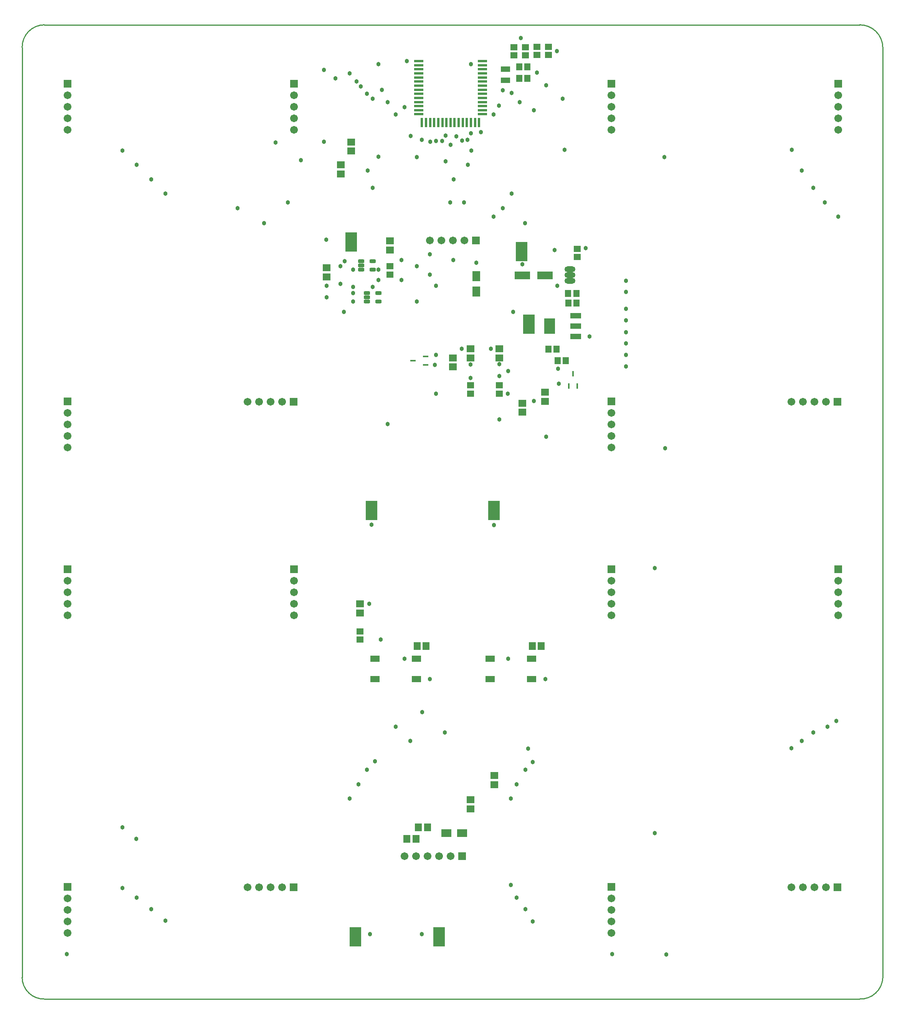
<source format=gts>
G04*
G04 #@! TF.GenerationSoftware,Altium Limited,Altium Designer,21.0.9 (235)*
G04*
G04 Layer_Color=8388736*
%FSLAX25Y25*%
%MOIN*%
G70*
G04*
G04 #@! TF.SameCoordinates,9EEF2FA0-A7D9-48CE-A635-C582822CA6DE*
G04*
G04*
G04 #@! TF.FilePolarity,Negative*
G04*
G01*
G75*
%ADD13C,0.01000*%
%ADD21R,0.08700X0.06700*%
%ADD22R,0.10236X0.16535*%
%ADD28R,0.06700X0.08700*%
%ADD29R,0.01600X0.04550*%
%ADD30R,0.08000X0.02402*%
%ADD31R,0.02402X0.08000*%
%ADD32R,0.04550X0.01600*%
%ADD33R,0.08268X0.05512*%
G04:AMPARAMS|DCode=34|XSize=55.64mil|YSize=31.23mil|CornerRadius=9.81mil|HoleSize=0mil|Usage=FLASHONLY|Rotation=0.000|XOffset=0mil|YOffset=0mil|HoleType=Round|Shape=RoundedRectangle|*
%AMROUNDEDRECTD34*
21,1,0.05564,0.01161,0,0,0.0*
21,1,0.03602,0.03123,0,0,0.0*
1,1,0.01961,0.01801,-0.00581*
1,1,0.01961,-0.01801,-0.00581*
1,1,0.01961,-0.01801,0.00581*
1,1,0.01961,0.01801,0.00581*
%
%ADD34ROUNDEDRECTD34*%
%ADD35R,0.08280X0.05131*%
%ADD36R,0.05524X0.06312*%
%ADD37R,0.06312X0.06706*%
%ADD38R,0.09265X0.04540*%
%ADD39R,0.09265X0.13595*%
%ADD40R,0.13398X0.07099*%
%ADD41R,0.06312X0.05524*%
%ADD42R,0.06706X0.06312*%
%ADD43R,0.06706X0.06706*%
%ADD44C,0.06706*%
%ADD45O,0.09461X0.05131*%
%ADD46R,0.06706X0.06706*%
%ADD47C,0.03800*%
D13*
X19685Y846457D02*
G03*
X500Y826772I250J-19435D01*
G01*
X748032D02*
G03*
X727846Y846457I-19935J-250D01*
G01*
Y1000D02*
G03*
X748032Y19685I750J19435D01*
G01*
X500D02*
G03*
X19685Y1000I18935J250D01*
G01*
X748032Y374016D02*
Y826772D01*
X374016Y846457D02*
X728346D01*
X19685D02*
X374016D01*
X500Y472441D02*
Y826772D01*
X748032Y19685D02*
Y374016D01*
X374016Y1000D02*
X727846D01*
X500Y19685D02*
Y472441D01*
X19685Y1000D02*
X374016D01*
D21*
X369100Y145000D02*
D03*
X382500D02*
D03*
D22*
X290000Y55000D02*
D03*
X362500D02*
D03*
X410356Y425000D02*
D03*
X286440Y658007D02*
D03*
X434209Y649650D02*
D03*
X304079Y425000D02*
D03*
X440500Y586803D02*
D03*
D28*
X395000Y615000D02*
D03*
Y628400D02*
D03*
D29*
X475280Y532875D02*
D03*
X482780D02*
D03*
X479030Y543725D02*
D03*
D30*
X345000Y768858D02*
D03*
Y772402D02*
D03*
Y786614D02*
D03*
Y775945D02*
D03*
Y779488D02*
D03*
Y783071D02*
D03*
Y800787D02*
D03*
Y790158D02*
D03*
Y797244D02*
D03*
Y815000D02*
D03*
Y804370D02*
D03*
Y793701D02*
D03*
Y807913D02*
D03*
Y811457D02*
D03*
X400118Y768858D02*
D03*
Y772402D02*
D03*
Y775945D02*
D03*
Y779488D02*
D03*
Y783071D02*
D03*
Y786614D02*
D03*
Y790158D02*
D03*
Y793701D02*
D03*
Y797244D02*
D03*
Y800787D02*
D03*
Y804370D02*
D03*
Y807913D02*
D03*
Y811457D02*
D03*
Y815000D02*
D03*
D31*
X347717Y761575D02*
D03*
X351260D02*
D03*
X354803D02*
D03*
X358347D02*
D03*
X361929D02*
D03*
X365473D02*
D03*
X369016D02*
D03*
X372559D02*
D03*
X376102D02*
D03*
X379646D02*
D03*
X383228D02*
D03*
X386772D02*
D03*
X390315D02*
D03*
X393858D02*
D03*
X397402D02*
D03*
D32*
X350850Y551250D02*
D03*
Y558750D02*
D03*
X340000Y555000D02*
D03*
D33*
X407087Y296358D02*
D03*
X442913D02*
D03*
X407087Y278642D02*
D03*
X442913D02*
D03*
X307087Y296358D02*
D03*
X342913D02*
D03*
X307087Y278642D02*
D03*
X342913D02*
D03*
D34*
X304941Y641390D02*
D03*
Y633910D02*
D03*
X295059D02*
D03*
Y637650D02*
D03*
Y641390D02*
D03*
X309941Y613740D02*
D03*
Y606260D02*
D03*
X300059D02*
D03*
Y610000D02*
D03*
Y613740D02*
D03*
D35*
X420371Y808109D02*
D03*
Y798267D02*
D03*
D36*
X432207Y810000D02*
D03*
X439294D02*
D03*
X432207Y800000D02*
D03*
X439294D02*
D03*
X474748Y613297D02*
D03*
X481834D02*
D03*
X465691Y555000D02*
D03*
X472777D02*
D03*
X464641Y565000D02*
D03*
X457554D02*
D03*
X474868Y605000D02*
D03*
X481955D02*
D03*
D37*
X344626Y150000D02*
D03*
X352500D02*
D03*
X334605Y140000D02*
D03*
X342479D02*
D03*
X451437Y307500D02*
D03*
X443563D02*
D03*
X351437D02*
D03*
X343563D02*
D03*
D38*
X481417Y575945D02*
D03*
Y585000D02*
D03*
Y594055D02*
D03*
D39*
X458583Y585000D02*
D03*
D40*
X454582Y628880D02*
D03*
X434897D02*
D03*
D41*
X482455Y645000D02*
D03*
Y652087D02*
D03*
X320000Y629800D02*
D03*
Y636887D02*
D03*
X390000Y533543D02*
D03*
Y526457D02*
D03*
X415000Y533543D02*
D03*
Y526457D02*
D03*
X293817Y320000D02*
D03*
Y312913D02*
D03*
X457500Y827304D02*
D03*
Y820217D02*
D03*
X427698Y827087D02*
D03*
Y820000D02*
D03*
X447500Y827323D02*
D03*
Y820236D02*
D03*
X437500Y827068D02*
D03*
Y819981D02*
D03*
D42*
X277231Y725000D02*
D03*
Y717126D02*
D03*
X435000Y510232D02*
D03*
Y518106D02*
D03*
X454650Y519685D02*
D03*
Y527559D02*
D03*
X410500Y195000D02*
D03*
Y187126D02*
D03*
X390000Y166063D02*
D03*
Y173937D02*
D03*
X286440Y744779D02*
D03*
Y736905D02*
D03*
X265000Y627650D02*
D03*
Y635524D02*
D03*
X320000Y658937D02*
D03*
Y651063D02*
D03*
X374685Y557500D02*
D03*
Y549626D02*
D03*
X415000Y565374D02*
D03*
Y557500D02*
D03*
X293817Y343937D02*
D03*
Y336063D02*
D03*
X390000Y557500D02*
D03*
Y565374D02*
D03*
D43*
X382500Y125000D02*
D03*
X394685Y659449D02*
D03*
X708661Y97925D02*
D03*
Y519185D02*
D03*
X236220D02*
D03*
X236221Y97925D02*
D03*
D44*
X372500Y125000D02*
D03*
X362500D02*
D03*
X352500D02*
D03*
X342500D02*
D03*
X332500D02*
D03*
X354685Y659449D02*
D03*
X364685D02*
D03*
X374685D02*
D03*
X384685D02*
D03*
X698661Y97925D02*
D03*
X688661D02*
D03*
X678661D02*
D03*
X668661D02*
D03*
X512311Y88425D02*
D03*
Y78425D02*
D03*
Y68425D02*
D03*
Y58425D02*
D03*
X709161Y364016D02*
D03*
Y354016D02*
D03*
Y344016D02*
D03*
Y334016D02*
D03*
X512311Y364016D02*
D03*
Y354016D02*
D03*
Y344016D02*
D03*
Y334016D02*
D03*
X698661Y519185D02*
D03*
X688661D02*
D03*
X678661D02*
D03*
X668661D02*
D03*
X709161Y785276D02*
D03*
Y775276D02*
D03*
Y765276D02*
D03*
Y755276D02*
D03*
X236720Y785276D02*
D03*
Y775276D02*
D03*
Y765276D02*
D03*
Y755276D02*
D03*
X236720Y364016D02*
D03*
Y354016D02*
D03*
Y344016D02*
D03*
Y334016D02*
D03*
X226220Y519185D02*
D03*
X216220D02*
D03*
X206220D02*
D03*
X196221D02*
D03*
X226220Y97925D02*
D03*
X216220D02*
D03*
X206221D02*
D03*
X196221D02*
D03*
X39870Y785276D02*
D03*
Y775276D02*
D03*
Y765276D02*
D03*
Y755276D02*
D03*
Y509685D02*
D03*
Y499685D02*
D03*
Y489685D02*
D03*
Y479685D02*
D03*
X39870Y364016D02*
D03*
Y354016D02*
D03*
Y344016D02*
D03*
Y334016D02*
D03*
Y88425D02*
D03*
Y78425D02*
D03*
Y68425D02*
D03*
Y58425D02*
D03*
X512311Y509685D02*
D03*
Y499685D02*
D03*
Y489685D02*
D03*
Y479685D02*
D03*
Y785276D02*
D03*
Y775276D02*
D03*
Y765276D02*
D03*
Y755276D02*
D03*
D45*
X476393Y634357D02*
D03*
Y629357D02*
D03*
Y624357D02*
D03*
D46*
X512311Y98425D02*
D03*
X709161Y374016D02*
D03*
X512311D02*
D03*
X709161Y795276D02*
D03*
X236720D02*
D03*
X236720Y374016D02*
D03*
X39870Y795276D02*
D03*
Y519685D02*
D03*
X39870Y374016D02*
D03*
Y98425D02*
D03*
X512311Y519685D02*
D03*
Y795276D02*
D03*
D47*
X375232Y712500D02*
D03*
X669017Y737855D02*
D03*
X372404Y692500D02*
D03*
X372559Y742381D02*
D03*
X276894Y621830D02*
D03*
X291042Y797213D02*
D03*
X343275Y636887D02*
D03*
Y606260D02*
D03*
X288000Y633910D02*
D03*
Y606260D02*
D03*
X265000Y620000D02*
D03*
Y610000D02*
D03*
X288000Y613740D02*
D03*
Y619000D02*
D03*
X305000D02*
D03*
X310000Y625000D02*
D03*
Y633979D02*
D03*
X280661Y641390D02*
D03*
X276963Y636887D02*
D03*
X558275Y731725D02*
D03*
X560000Y39645D02*
D03*
X558944Y479138D02*
D03*
X512872Y40000D02*
D03*
X39323D02*
D03*
X368390Y750245D02*
D03*
X368269Y728037D02*
D03*
X310069Y732062D02*
D03*
X343275Y731725D02*
D03*
X242500Y729025D02*
D03*
X231421Y692500D02*
D03*
X294644Y793039D02*
D03*
X433542Y835000D02*
D03*
X390200Y812500D02*
D03*
X447500Y804870D02*
D03*
X377700Y749645D02*
D03*
X365232Y745513D02*
D03*
X432500Y779463D02*
D03*
X550000Y375000D02*
D03*
Y145000D02*
D03*
X87500Y150000D02*
D03*
X99727Y140000D02*
D03*
X382500Y745868D02*
D03*
X360000Y745513D02*
D03*
X354862Y744897D02*
D03*
X426963Y597500D02*
D03*
X302500Y57500D02*
D03*
X347500D02*
D03*
X493352Y575945D02*
D03*
X465308Y620000D02*
D03*
X490000Y652721D02*
D03*
X466760Y535000D02*
D03*
X466056Y548021D02*
D03*
X434897Y638623D02*
D03*
X398838Y753356D02*
D03*
X334661Y815000D02*
D03*
X415000Y552000D02*
D03*
X415000Y541830D02*
D03*
X525000Y550000D02*
D03*
Y560000D02*
D03*
Y570114D02*
D03*
Y579800D02*
D03*
Y589985D02*
D03*
Y600000D02*
D03*
Y614713D02*
D03*
Y624357D02*
D03*
X410356Y412500D02*
D03*
X304079Y412640D02*
D03*
X463110Y651063D02*
D03*
X264705Y659996D02*
D03*
X455000Y278642D02*
D03*
X354675D02*
D03*
X301874Y343937D02*
D03*
X407500Y565374D02*
D03*
X382309Y565374D02*
D03*
X359048Y551250D02*
D03*
X464981Y823543D02*
D03*
X422500Y545870D02*
D03*
X422119Y526457D02*
D03*
X390000Y540000D02*
D03*
Y551800D02*
D03*
X360090Y526457D02*
D03*
X354685Y647500D02*
D03*
Y629800D02*
D03*
X310000Y812500D02*
D03*
X313107Y790000D02*
D03*
X318037Y500000D02*
D03*
Y779228D02*
D03*
X330000Y625000D02*
D03*
X338037Y749884D02*
D03*
X330000Y642261D02*
D03*
X375000Y642500D02*
D03*
X360000Y620000D02*
D03*
Y560000D02*
D03*
X280000Y597500D02*
D03*
X422500Y296358D02*
D03*
X312007Y312913D02*
D03*
X332500Y775000D02*
D03*
Y296358D02*
D03*
X395000Y640000D02*
D03*
X410000Y768567D02*
D03*
Y680000D02*
D03*
X709161D02*
D03*
X384138Y692500D02*
D03*
X697500D02*
D03*
X305000Y782500D02*
D03*
Y705000D02*
D03*
X687500D02*
D03*
X300000Y786573D02*
D03*
X300464Y720000D02*
D03*
X677500D02*
D03*
X285000Y804306D02*
D03*
X471658Y737855D02*
D03*
X470000Y782500D02*
D03*
X455692Y794083D02*
D03*
X445000Y520000D02*
D03*
X455692Y489138D02*
D03*
X414640Y776307D02*
D03*
X418037Y687500D02*
D03*
X415000Y503838D02*
D03*
X445000Y772500D02*
D03*
X347717Y746555D02*
D03*
X347936Y250000D02*
D03*
X707500Y242500D02*
D03*
X272500Y800000D02*
D03*
X262500Y807500D02*
D03*
Y745000D02*
D03*
X325000Y768567D02*
D03*
Y237500D02*
D03*
X700000D02*
D03*
X367500Y232500D02*
D03*
X687500D02*
D03*
X337500Y225000D02*
D03*
X677500D02*
D03*
X437312Y674500D02*
D03*
X440000Y218342D02*
D03*
X668661Y218661D02*
D03*
X307087Y207500D02*
D03*
X444075Y206575D02*
D03*
Y68425D02*
D03*
X300000Y200000D02*
D03*
X437500D02*
D03*
Y78972D02*
D03*
X292500Y187500D02*
D03*
X430000D02*
D03*
Y88972D02*
D03*
X285000Y175000D02*
D03*
X425000D02*
D03*
Y100000D02*
D03*
X417856Y789800D02*
D03*
X425537Y787500D02*
D03*
Y700000D02*
D03*
X220711Y744289D02*
D03*
X210711Y674289D02*
D03*
X187500Y687500D02*
D03*
X125000Y700000D02*
D03*
Y68972D02*
D03*
X112500Y712500D02*
D03*
Y78972D02*
D03*
X387278Y746772D02*
D03*
X390537Y737500D02*
D03*
X387500Y725000D02*
D03*
X100000D02*
D03*
Y88972D02*
D03*
X390315Y752185D02*
D03*
X87500Y737500D02*
D03*
Y97500D02*
D03*
M02*

</source>
